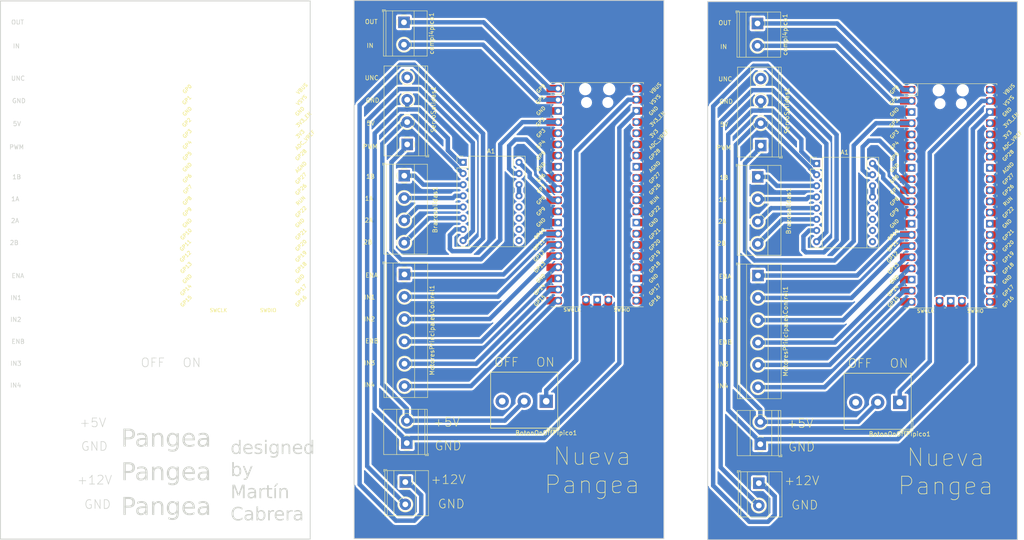
<source format=kicad_pcb>
(kicad_pcb (version 20221018) (generator pcbnew)
  (layers (0 "F.Cu" signal) (31 "B.Cu" signal) (34 "B.Paste" user) (35 "F.Paste" user) (36 "B.SilkS" user "B.Silkscreen") (37 "F.SilkS" user "F.Silkscreen") (38 "B.Mask" user) (39 "F.Mask" user) (44 "Edge.Cuts" user))
  (net 0 "")
  (net 1 "ServoControlpwm")
  (net 2 "velmot1pwm")
  (net 3 "mot1a")
  (net 4 "mot1b")
  (net 5 "velmot2pwm")
  (net 6 "mot2a")
  (net 7 "mot2b")
  (net 14 "compi4picoout")
  (net 15 "compi4picoin")
  (net 33 "brazo1a")
  (net 34 "brazo1b")
  (net 35 "brazo2a")
  (net 36 "brazo2b")
  (net 37 "servo5v")
  (net 38 "12VGND")
  (net 39 "12vin")
  (net 42 "gnddriv")
  (net 43 "Net-(A1-~{RESET})")
  (net 44 "stepb")
  (net 45 "dirb")
  (net 46 "Net-(BotonOnOffPipico1-Pin_1)")
  (footprint "TerminalBlock_Phoenix:TerminalBlock_Phoenix_MKDS-1,5-4-5.08_1x04_P5.08mm_Horizontal" (layer "F.Cu") (at 137.935 60.73 -90)
    (fp_text reference "Brazosalidas1")
    (fp_text value "Screw_Terminal_01x04" hide)
  )
  (footprint "TerminalBlock_Phoenix:TerminalBlock_Phoenix_MKDS-1,5-2-5.08_1x02_P5.08mm_Horizontal" (layer "F.Cu") (at 138.51 121.55 90)
    (fp_text reference "5V1" hide)
    (fp_text value "Screw_Terminal_01x02")
  )
  (footprint "HORUSKICADhuellas:RPi_Pico_SMD_TH" (layer "F.Cu") (at 262.12 65.3)
    (fp_text reference "U1" hide)
    (fp_text value "Pico" hide)
  )
  (footprint "TerminalBlock_Phoenix:TerminalBlock_Phoenix_MKDS-1,5-2-5.08_1x02_P5.08mm_Horizontal" (layer "F.Cu") (at 218.21 26.095 -90)
    (fp_text reference "compi4pico1")
    (fp_text value "Screw_Terminal_01x02" hide)
  )
  (footprint "Module:Pololu_Breakout-16_15.2x20.3mm" (layer "F.Cu") (at 231.65 57.95)
    (fp_text reference "A1")
    (fp_text value "Pololu_Breakout_A4988")
  )
  (footprint "TerminalBlock_Phoenix:TerminalBlock_Phoenix_MKDS-1,5-2-5.08_1x02_P5.08mm_Horizontal" (layer "F.Cu") (at 218.85 121.81 90)
    (fp_text reference "5V1" hide)
    (fp_text value "Screw_Terminal_01x02")
  )
  (footprint "TerminalBlock_Altech:Altech_AK300_1x03_P5.00mm_45-Degree" (layer "F.Cu") (at 250.53 112.29 180)
    (fp_text reference "BotonOnOffPipico1")
    (fp_text value "Screw_Terminal_01x03")
  )
  (footprint "TerminalBlock_Phoenix:TerminalBlock_Phoenix_MKDS-1,5-6-5.08_1x06_P5.08mm_Horizontal" (layer "F.Cu") (at 218.325 83.44 -90)
    (fp_text reference "MotoresPrincipalesControl1")
    (fp_text value "Screw_Terminal_01x06")
  )
  (footprint "HORUSKICADhuellas:RPi_Pico_SMD_TH" (layer "F.Cu") (at 181.78 65.04)
    (fp_text reference "U1" hide)
    (fp_text value "Pico" hide)
  )
  (footprint "TerminalBlock_Phoenix:TerminalBlock_Phoenix_MKDS-1,5-4-5.08_1x04_P5.08mm_Horizontal" (layer "F.Cu") (at 218.94 53.87 90)
    (fp_text reference "ServoSalidas1")
    (fp_text value "Screw_Terminal_01x04")
  )
  (footprint "TerminalBlock_Phoenix:TerminalBlock_Phoenix_MKDS-1,5-2-5.08_1x02_P5.08mm_Horizontal" (layer "F.Cu") (at 138.175 130.41 -90)
    (fp_text reference "12V1" hide)
    (fp_text value "Screw_Terminal_01x02")
  )
  (footprint "Module:Pololu_Breakout-16_15.2x20.3mm" (layer "F.Cu") (at 151.31 57.69)
    (fp_text reference "A1")
    (fp_text value "Pololu_Breakout_A4988")
  )
  (footprint "TerminalBlock_Phoenix:TerminalBlock_Phoenix_MKDS-1,5-4-5.08_1x04_P5.08mm_Horizontal" (layer "F.Cu") (at 138.6 53.61 90)
    (fp_text reference "ServoSalidas1")
    (fp_text value "Screw_Terminal_01x04")
  )
  (footprint "TerminalBlock_Phoenix:TerminalBlock_Phoenix_MKDS-1,5-2-5.08_1x02_P5.08mm_Horizontal" (layer "F.Cu") (at 218.515 130.67 -90)
    (fp_text reference "12V1" hide)
    (fp_text value "Screw_Terminal_01x02")
  )
  (footprint "TerminalBlock_Phoenix:TerminalBlock_Phoenix_MKDS-1,5-4-5.08_1x04_P5.08mm_Horizontal" (layer "F.Cu") (at 218.275 60.99 -90)
    (fp_text reference "Brazosalidas1")
    (fp_text value "Screw_Terminal_01x04" hide)
  )
  (footprint "TerminalBlock_Phoenix:TerminalBlock_Phoenix_MKDS-1,5-6-5.08_1x06_P5.08mm_Horizontal" (layer "F.Cu") (at 137.985 83.18 -90)
    (fp_text reference "MotoresPrincipalesControl1")
    (fp_text value "Screw_Terminal_01x06")
  )
  (footprint "TerminalBlock_Altech:Altech_AK300_1x03_P5.00mm_45-Degree" (layer "F.Cu") (at 170.19 112.03 180)
    (fp_text reference "BotonOnOffPipico1")
    (fp_text value "Screw_Terminal_01x03")
  )
  (footprint "TerminalBlock_Phoenix:TerminalBlock_Phoenix_MKDS-1,5-2-5.08_1x02_P5.08mm_Horizontal" (layer "F.Cu") (at 137.87 25.835 -90)
    (fp_text reference "compi4pico1")
    (fp_text value "Screw_Terminal_01x02" hide)
  )
  (gr_rect (start 126.54 20.86) (end 196.94 143.28) (stroke (width 0.2)) (fill none) (layer "Edge.Cuts"))
  (gr_rect (start 46.16 20.97) (end 116.56 143.39) (stroke (width 0.2)) (fill none) (layer "Edge.Cuts"))
  (gr_rect (start 206.88 21.12) (end 277.28 143.54) (stroke (width 0.2)) (fill none) (layer "Edge.Cuts"))
  (gr_text "UNC" (at 128.89 39.06) (layer "F.SilkS") (effects (font (size 1 1)) (justify left bottom)))
  (gr_text "GND" (at 114.2 84.2 45) (layer "F.SilkS") (effects (font (size 0.8 0.8))))
  (gr_text "3V3" (at 114.3 51.25 45) (layer "F.SilkS") (effects (font (size 0.8 0.8))))
  (gr_text "GP1" (at 88.5 43.55 45) (layer "F.SilkS") (effects (font (size 0.8 0.8))))
  (gr_text "GP3" (at 88.6 51.18 45) (layer "F.SilkS") (effects (font (size 0.8 0.8))))
  (gr_text "5V" (at 129.29 49.39) (layer "F.SilkS") (effects (font (size 1 1)) (justify left bottom)))
  (gr_text "GP19" (at 114.454 79.12 45) (layer "F.SilkS") (effects (font (size 0.8 0.8))))
  (gr_text "ENA\n" (at 129 83.97) (layer "F.SilkS") (effects (font (size 1 1)) (justify left bottom)))
  (gr_text "2A" (at 209.19 71.71) (layer "F.SilkS") (effects (font (size 1 1)) (justify left bottom)))
  (gr_text "IN1\n" (at 128.74 88.97) (layer "F.SilkS") (effects (font (size 1 1)) (justify left bottom)))
  (gr_text "GND" (at 225.08 123.61) (layer "F.SilkS") (effects (font (size 2 2)) (justify left bottom)))
  (gr_text "1B" (at 209.5 61.75) (layer "F.SilkS") (effects (font (size 1 1)) (justify left bottom)))
  (gr_text "GND" (at 114.2 46.1 45) (layer "F.SilkS") (effects (font (size 0.8 0.8))))
  (gr_text "GP14" (at 88.3 86.74 45) (layer "F.SilkS") (effects (font (size 0.8 0.8))))
  (gr_text "GND\n" (at 129.11 44.17) (layer "F.SilkS") (effects (font (size 1 1)) (justify left bottom)))
  (gr_text "SWDIO" (at 107 91.35) (layer "F.SilkS") (effects (font (size 0.8 0.8))))
  (gr_text "RUN" (at 114.4 66.42 45) (layer "F.SilkS") (effects (font (size 0.8 0.8))))
  (gr_text "ON\n" (at 248.17 104.58) (layer "F.SilkS") (effects (font (size 2 2)) (justify left bottom)))
  (gr_text "GP2" (at 88.5 48.64 45) (layer "F.SilkS") (effects (font (size 0.8 0.8))))
  (gr_text "GP13" (at 88.346 81.66 45) (layer "F.SilkS") (effects (font (size 0.8 0.8))))
  (gr_text "OUT" (at 209.25 26.55) (layer "F.SilkS") (effects (font (size 1 1)) (justify left bottom)))
  (gr_text "ENA\n" (at 209.34 84.23) (layer "F.SilkS") (effects (font (size 1 1)) (justify left bottom)))
  (gr_text "GP26" (at 114.454 63.88 45) (layer "F.SilkS") (effects (font (size 0.8 0.8))))
  (gr_text "PWM" (at 128.47 54.69) (layer "F.SilkS") (effects (font (size 1 1)) (justify left bottom)))
  (gr_text "UNC" (at 209.23 39.32) (layer "F.SilkS") (effects (font (size 1 1)) (justify left bottom)))
  (gr_text "1A" (at 128.9 66.49) (layer "F.SilkS") (effects (font (size 1 1)) (justify left bottom)))
  (gr_text "2B" (at 128.59 76.45) (layer "F.SilkS") (effects (font (size 1 1)) (justify left bottom)))
  (gr_text "ENB" (at 128.98 98.92) (layer "F.SilkS") (effects (font (size 1 1)) (justify left bottom)))
  (gr_text "GP5" (at 88.6 56.26 45) (layer "F.SilkS") (effects (font (size 0.8 0.8))))
  (gr_text "VSYS" (at 114.6 43.56 45) (layer "F.SilkS") (effects (font (size 0.8 0.8))))
  (gr_text "IN1\n" (at 209.08 89.23) (layer "F.SilkS") (effects (font (size 1 1)) (justify left bottom)))
  (gr_text "GND" (at 88.6 46.1 45) (layer "F.SilkS") (effects (font (size 0.8 0.8))))
  (gr_text "+5V\n" (at 224.75 118.23) (layer "F.SilkS") (effects (font (size 2 2)) (justify left bottom)))
  (gr_text "GP10" (at 88.346 74.04 45) (layer "F.SilkS") (effects (font (size 0.8 0.8))))
  (gr_text "Nueva\nPangea" (at 260.97 133.59) (layer "F.SilkS") (effects (font (size 4 4)) (justify bottom)))
  (gr_text "VBUS" (at 114.7 40.95 45) (layer "F.SilkS") (effects (font (size 0.8 0.8))))
  (gr_text "GND" (at 88.6 84.2 45) (layer "F.SilkS") (effects (font (size 0.8 0.8))))
  (gr_text "GND" (at 88.6 71.5 45) (layer "F.SilkS") (effects (font (size 0.8 0.8))))
  (gr_text "GP6" (at 88.6 61.34 45) (layer "F.SilkS") (effects (font (size 0.8 0.8))))
  (gr_text "AGND" (at 114.454 58.8 45) (layer "F.SilkS") (effects (font (size 0.8 0.8))))
  (gr_text "SWCLK" (at 95.7 91.35) (layer "F.SilkS") (effects (font (size 0.8 0.8))))
  (gr_text "2B" (at 208.93 76.71) (layer "F.SilkS") (effects (font (size 1 1)) (justify left bottom)))
  (gr_text "2A" (at 128.85 71.45) (layer "F.SilkS") (effects (font (size 1 1)) (justify left bottom)))
  (gr_text "3V3_EN" (at 115.1 47.95 45) (layer "F.SilkS") (effects (font (size 0.8 0.8))))
  (gr_text "GND" (at 145.47 136.56) (layer "F.SilkS") (effects (font (size 2 2)) (justify left bottom)))
  (gr_text "Nueva\nPangea" (at 180.63 133.33) (layer "F.SilkS") (effects (font (size 4 4)) (justify bottom)))
  (gr_text "GP21" (at 114.454 74.05 45) (layer "F.SilkS") (effects (font (size 0.8 0.8))))
  (gr_text "GP20" (at 114.454 76.58 45) (layer "F.SilkS") (effects (font (size 0.8 0.8))))
  (gr_text "ON\n" (at 167.83 104.32) (layer "F.SilkS") (effects (font (size 2 2)) (justify left bottom)))
  (gr_text "1A" (at 209.24 66.75) (layer "F.SilkS") (effects (font (size 1 1)) (justify left bottom)))
  (gr_text "IN" (at 129.3 31.72) (layer "F.SilkS") (effects (font (size 1 1)) (justify left bottom)))
  (gr_text "IN3" (at 128.72 103.92) (layer "F.SilkS") (effects (font (size 1 1)) (justify left bottom)))
  (gr_text "GP9" (at 88.6 68.96 45) (layer "F.SilkS") (effects (font (size 0.8 0.8))))
  (gr_text "IN2\n" (at 209.03 94.19) (layer "F.SilkS") (effects (font (size 1 1)) (justify left bottom)))
  (gr_text "GND" (at 225.81 136.82) (layer "F.SilkS") (effects (font (size 2 2)) (justify left bottom)))
  (gr_text "GND" (at 88.6 58.8 45) (layer "F.SilkS") (effects (font (size 0.8 0.8))))
  (gr_text "+12V\n" (at 224.18 131.27) (layer "F.SilkS") (effects (font (size 2 2)) (justify left bottom)))
  (gr_text "5V" (at 209.63 49.65) (layer "F.SilkS") (effects (font (size 1 1)) (justify left bottom)))
  (gr_text "IN4" (at 209.01 109.14) (layer "F.SilkS") (effects (font (size 1 1)) (justify left bottom)))
  (gr_text "GP4" (at 88.6 53.72 45) (layer "F.SilkS") (effects (font (size 0.8 0.8))))
  (gr_text "IN4" (at 128.67 108.88) (layer "F.SilkS") (effects (font (size 1 1)) (justify left bottom)))
  (gr_text "GND" (at 114.2 71.5 45) (layer "F.SilkS") (effects (font (size 0.8 0.8))))
  (gr_text "GP18" (at 114.454 81.66 45) (layer "F.SilkS") (effects (font (size 0.8 0.8))))
  (gr_text "GP8" (at 88.6 66.42 45) (layer "F.SilkS") (effects (font (size 0.8 0.8))))
  (gr_text "1B" (at 129.16 61.49) (layer "F.SilkS") (effects (font (size 1 1)) (justify left bottom)))
  (gr_text "ADC_VREF" (at 115.4 52.65 45) (layer "F.SilkS") (effects (font (size 0.8 0.8))))
  (gr_text "IN2\n" (at 128.69 93.93) (layer "F.SilkS") (effects (font (size 1 1)) (justify left bottom)))
  (gr_text "GP28" (at 114.454 56.006 45) (layer "F.SilkS") (effects (font (size 0.8 0.8))))
  (gr_text "PWM" (at 208.81 54.95) (layer "F.SilkS") (effects (font (size 1 1)) (justify left bottom)))
  (gr_text "OFF\n" (at 238.65 104.58) (layer "F.SilkS") (effects (font (size 2 2)) (justify left bottom)))
  (gr_text "GP27" (at 114.454 61.35 45) (layer "F.SilkS") (effects (font (size 0.8 0.8))))
  (gr_text "OFF\n" (at 158.31 104.32) (layer "F.SilkS") (effects (font (size 2 2)) (justify left bottom)))
  (gr_text "GP16" (at 114.454 89.28 45) (layer "F.SilkS") (effects (font (size 0.8 0.8))))
  (gr_text "+12V\n" (at 143.84 131.01) (layer "F.SilkS") (effects (font (size 2 2)) (justify left bottom)))
  (gr_text "IN3" (at 209.06 104.18) (layer "F.SilkS") (effects (font (size 1 1)) (justify left bottom)))
  (gr_text "GP7" (at 88.7 63.85 45) (layer "F.SilkS") (effects (font (size 0.8 0.8))))
  (gr_text "GP15" (at 88.346 89.28 45) (layer "F.SilkS") (effects (font (size 0.8 0.8))))
  (gr_text "GP0" (at 88.6 41.02 45) (layer "F.SilkS") (effects (font (size 0.8 0.8))))
  (gr_text "GP17" (at 114.454 86.74 45) (layer "F.SilkS") (effects (font (size 0.8 0.8))))
  (gr_text "IN" (at 209.64 31.98) (layer "F.SilkS") (effects (font (size 1 1)) (justify left bottom)))
  (gr_text "GP22" (at 114.454 68.96 45) (layer "F.SilkS") (effects (font (size 0.8 0.8))))
  (gr_text "GP11" (at 88.2 76.58 45) (layer "F.SilkS") (effects (font (size 0.8 0.8))))
  (gr_text "GP12" (at 88.2 79.12 45) (layer "F.SilkS") (effects (font (size 0.8 0.8))))
  (gr_text "ENB" (at 209.32 99.18) (layer "F.SilkS") (effects (font (size 1 1)) (justify left bottom)))
  (gr_text "OUT" (at 128.91 26.29) (layer "F.SilkS") (effects (font (size 1 1)) (justify left bottom)))
  (gr_text "+5V\n" (at 144.41 117.97) (layer "F.SilkS") (effects (font (size 2 2)) (justify left bottom)))
  (gr_text "GND" (at 144.74 123.35) (layer "F.SilkS") (effects (font (size 2 2)) (justify left bottom)))
  (gr_text "GND\n" (at 209.45 44.43) (layer "F.SilkS") (effects (font (size 1 1)) (justify left bottom)))
  (gr_text "1A" (at 48.52 66.6) (layer "Edge.Cuts") (effects (font (size 1 1)) (justify left bottom)))
  (gr_text "designed\nby\nMartín\nCabrera" (at 98.45 139.64) (layer "Edge.Cuts") (effects (font (size 3 3)) (justify left bottom)))
  (gr_text "ENA\n" (at 48.62 84.08) (layer "Edge.Cuts") (effects (font (size 1 1)) (justify left bottom)))
  (gr_text "\nPangea" (at 83.82 130.67) (layer "Edge.Cuts") (effects (font (size 4 4)) (justify bottom)))
  (gr_text "OFF\n" (at 77.93 104.43) (layer "Edge.Cuts") (effects (font (size 2 2)) (justify left bottom)))
  (gr_text "UNC" (at 48.51 39.17) (layer "Edge.Cuts") (effects (font (size 1 1)) (justify left bottom)))
  (gr_text "GND" (at 65.09 136.67) (layer "Edge.Cuts") (effects (font (size 2 2)) (justify left bottom)))
  (gr_text "IN3" (at 48.34 104.03) (layer "Edge.Cuts") (effects (font (size 1 1)) (justify left bottom)))
  (gr_text "2A" (at 48.47 71.56) (layer "Edge.Cuts") (effects (font (size 1 1)) (justify left bottom)))
  (gr_text "IN1\n" (at 48.36 89.08) (layer "Edge.Cuts") (effects (font (size 1 1)) (justify left bottom)))
  (gr_text "IN" (at 48.92 31.83) (layer "Edge.Cuts") (effects (font (size 1 1)) (justify left bottom)))
  (gr_text "OUT" (at 48.53 26.4) (layer "Edge.Cuts") (effects (font (size 1 1)) (justify left bottom)))
  (gr_text "PWM" (at 48.09 54.8) (layer "Edge.Cuts") (effects (font (size 1 1)) (justify left bottom)))
  (gr_text "2B" (at 48.21 76.56) (layer "Edge.Cuts") (effects (font (size 1 1)) (justify left bottom)))
  (gr_text "+12V\n" (at 63.46 131.12) (layer "Edge.Cuts") (effects (font (size 2 2)) (justify left bottom)))
  (gr_text "+5V\n" (at 64.03 118.08) (layer "Edge.Cuts") (effects (font (size 2 2)) (justify left bottom)))
  (gr_text "GND\n" (at 48.73 44.28) (layer "Edge.Cuts") (effects (font (size 1 1)) (justify left bottom)))
  (gr_text "IN2\n" (at 48.31 94.04) (layer "Edge.Cuts") (effects (font (size 1 1)) (justify left bottom)))
  (gr_text "ENB" (at 48.6 99.03) (layer "Edge.Cuts") (effects (font (size 1 1)) (justify left bottom)))
  (gr_text "\nPangea" (at 83.82 138.56) (layer "Edge.Cuts") (effects (font (size 4 4)) (justify bottom)))
  (gr_text "ON\n" (at 87.45 104.43) (layer "Edge.Cuts") (effects (font (size 2 2)) (justify left bottom)))
  (gr_text "GND" (at 64.36 123.46) (layer "Edge.Cuts") (effects (font (size 2 2)) (justify left bottom)))
  (gr_text "IN4" (at 48.29 108.99) (layer "Edge.Cuts") (effects (font (size 1 1)) (justify left bottom)))
  (gr_text "1B" (at 48.78 61.6) (layer "Edge.Cuts") (effects (font (size 1 1)) (justify left bottom)))
  (gr_text "5V" (at 48.91 49.5) (layer "Edge.Cuts") (effects (font (size 1 1)) (justify left bottom)))
  (gr_text "\nPangea" (at 83.82 123.02) (layer "Edge.Cuts") (effects (font (size 4 4)) (justify bottom)))
  (segment (start 172.89 48.53) (end 164.81 48.53) (width 1) (layer "B.Cu") (net 1))
  (segment (start 240.0802 53.8598) (end 240.0802 75.6198) (width 1) (layer "B.Cu") (net 1))
  (segment (start 215.38 57.87) (end 218.94 54.31) (width 1) (layer "B.Cu") (net 1))
  (segment (start 235.7 80) (end 217.54 80) (width 1) (layer "B.Cu") (net 1))
  (segment (start 137.2 79.74) (end 135.04 77.58) (width 1) (layer "B.Cu") (net 1))
  (segment (start 240.0802 75.6198) (end 235.7 80) (width 1) (layer "B.Cu") (net 1))
  (segment (start 135.04 77.58) (end 135.04 57.61) (width 1) (layer "B.Cu") (net 1))
  (segment (start 218.94 54.31) (end 218.94 53.87) (width 1) (layer "B.Cu") (net 1))
  (segment (start 159.7402 53.5998) (end 159.7402 75.3598) (width 1) (layer "B.Cu") (net 1))
  (segment (start 159.7402 75.3598) (end 155.36 79.74) (width 1) (layer "B.Cu") (net 1))
  (segment (start 138.6 54.05) (end 138.6 53.61) (width 1) (layer "B.Cu") (net 1))
  (segment (start 215.38 77.84) (end 215.38 57.87) (width 1) (layer "B.Cu") (net 1))
  (segment (start 155.36 79.74) (end 137.2 79.74) (width 1) (layer "B.Cu") (net 1))
  (segment (start 164.81 48.53) (end 159.7402 53.5998) (width 1) (layer "B.Cu") (net 1))
  (segment (start 217.54 80) (end 215.38 77.84) (width 1) (layer "B.Cu") (net 1))
  (segment (start 245.15 48.79) (end 240.0802 53.8598) (width 1) (layer "B.Cu") (net 1))
  (segment (start 135.04 57.61) (end 138.6 54.05) (width 1) (layer "B.Cu") (net 1))
  (segment (start 253.23 48.79) (end 245.15 48.79) (width 1) (layer "B.Cu") (net 1))
  (segment (start 250.09 74.19) (end 253.23 74.19) (width 1) (layer "B.Cu") (net 2))
  (segment (start 218.325 83.44) (end 240.84 83.44) (width 1) (layer "B.Cu") (net 2))
  (segment (start 160.5 83.18) (end 169.75 73.93) (width 1) (layer "B.Cu") (net 2))
  (segment (start 240.84 83.44) (end 250.09 74.19) (width 1) (layer "B.Cu") (net 2))
  (segment (start 169.75 73.93) (end 172.89 73.93) (width 1) (layer "B.Cu") (net 2))
  (segment (start 137.985 83.18) (end 160.5 83.18) (width 1) (layer "B.Cu") (net 2))
  (segment (start 251.38 76.73) (end 253.23 76.73) (width 1) (layer "B.Cu") (net 3))
  (segment (start 159.25 88.26) (end 171.04 76.47) (width 1) (layer "B.Cu") (net 3))
  (segment (start 137.985 88.26) (end 159.25 88.26) (width 1) (layer "B.Cu") (net 3))
  (segment (start 239.59 88.52) (end 251.38 76.73) (width 1) (layer "B.Cu") (net 3))
  (segment (start 218.325 88.52) (end 239.59 88.52) (width 1) (layer "B.Cu") (net 3))
  (segment (start 171.04 76.47) (end 172.89 76.47) (width 1) (layer "B.Cu") (net 3))
  (segment (start 237.68 93.6) (end 252.01 79.27) (width 1) (layer "B.Cu") (net 4))
  (segment (start 137.985 93.34) (end 157.34 93.34) (width 1) (layer "B.Cu") (net 4))
  (segment (start 252.01 79.27) (end 253.23 79.27) (width 1) (layer "B.Cu") (net 4))
  (segment (start 171.67 79.01) (end 172.89 79.01) (width 1) (layer "B.Cu") (net 4))
  (segment (start 218.325 93.6) (end 237.68 93.6) (width 1) (layer "B.Cu") (net 4))
  (segment (start 157.34 93.34) (end 171.67 79.01) (width 1) (layer "B.Cu") (net 4))
  (segment (start 218.325 98.68) (end 235.78 98.68) (width 1) (layer "B.Cu") (net 5))
  (segment (start 172.31 81.55) (end 172.89 81.55) (width 1) (layer "B.Cu") (net 5))
  (segment (start 137.985 98.42) (end 155.44 98.42) (width 1) (layer "B.Cu") (net 5))
  (segment (start 252.65 81.81) (end 253.23 81.81) (width 1) (layer "B.Cu") (net 5))
  (segment (start 235.78 98.68) (end 252.65 81.81) (width 1) (layer "B.Cu") (net 5))
  (segment (start 155.44 98.42) (end 172.31 81.55) (width 1) (layer "B.Cu") (net 5))
  (segment (start 171.15 86.63) (end 172.89 86.63) (width 1) (layer "B.Cu") (net 6))
  (segment (start 218.325 103.76) (end 234.62 103.76) (width 1) (layer "B.Cu") (net 6))
  (segment (start 234.62 103.76) (end 251.49 86.89) (width 1) (layer "B.Cu") (net 6))
  (segment (start 137.985 103.5) (end 154.28 103.5) (width 1) (layer "B.Cu") (net 6))
  (segment (start 154.28 103.5) (end 171.15 86.63) (width 1) (layer "B.Cu") (net 6))
  (segment (start 251.49 86.89) (end 253.23 86.89) (width 1) (layer "B.Cu") (net 6))
  (segment (start 153.11 108.58) (end 137.985 108.58) (width 1) (layer "B.Cu") (net 7))
  (segment (start 252.86 89.43) (end 233.45 108.84) (width 1) (layer "B.Cu") (net 7))
  (segment (start 233.45 108.84) (end 218.325 108.84) (width 1) (layer "B.Cu") (net 7))
  (segment (start 172.52 89.17) (end 153.11 108.58) (width 1) (layer "B.Cu") (net 7))
  (segment (start 172.89 89.17) (end 172.52 89.17) (width 1) (layer "B.Cu") (net 7))
  (segment (start 253.23 89.43) (end 252.86 89.43) (width 1) (layer "B.Cu") (net 7))
  (segment (start 218.21 26.095) (end 236.305 26.095) (width 1) (layer "B.Cu") (net 14))
  (segment (start 137.87 25.835) (end 155.965 25.835) (width 1) (layer "B.Cu") (net 14))
  (segment (start 253.23 41.17) (end 251.38 41.17) (width 1) (layer "B.Cu") (net 14))
  (segment (start 155.965 25.835) (end 171.04 40.91) (width 1) (layer "B.Cu") (net 14))
  (segment (start 236.305 26.095) (end 251.38 41.17) (width 1) (layer "B.Cu") (net 14))
  (segment (start 172.89 40.91) (end 171.04 40.91) (width 1) (layer "B.Cu") (net 14))
  (segment (start 248.69 43.71) (end 236.155 31.175) (width 1) (layer "B.Cu") (net 15))
  (segment (start 172.89 43.45) (end 168.35 43.45) (width 1) (layer "B.Cu") (net 15))
  (segment (start 155.815 30.915) (end 137.87 30.915) (width 1) (layer "B.Cu") (net 15))
  (segment (start 168.35 43.45) (end 155.815 30.915) (width 1) (layer "B.Cu") (net 15))
  (segment (start 253.23 43.71) (end 248.69 43.71) (width 1) (layer "B.Cu") (net 15))
  (segment (start 236.155 31.175) (end 218.21 31.175) (width 1) (layer "B.Cu") (net 15))
  (segment (start 231.65 65.57) (end 229.85 65.57) (width 1) (layer "B.Cu") (net 33))
  (segment (start 229.35 66.07) (end 229.85 65.57) (width 1) (layer "B.Cu") (net 33))
  (segment (start 137.935 65.81) (end 149.01 65.81) (width 1) (layer "B.Cu") (net 33))
  (segment (start 149.01 65.81) (end 149.51 65.31) (width 1) (layer "B.Cu") (net 33))
  (segment (start 218.275 66.07) (end 229.35 66.07) (width 1) (layer "B.Cu") (net 33))
  (segment (start 151.31 65.31) (end 149.51 65.31) (width 1) (layer "B.Cu") (net 33))
  (segment (start 231.65 63.03) (end 222.615 63.03) (width 1) (layer "B.Cu") (net 34))
  (segment (start 137.935 60.73) (end 140.235 60.73) (width 1) (layer "B.Cu") (net 34))
  (segment (start 151.31 62.77) (end 142.275 62.77) (width 1) (layer "B.Cu") (net 34))
  (segment (start 222.615 63.03) (end 220.575 60.99) (width 1) (layer "B.Cu") (net 34))
  (segment (start 142.275 62.77) (end 140.235 60.73) (width 1) (layer "B.Cu") (net 34))
  (segment (start 218.275 60.99) (end 220.575 60.99) (width 1) (layer "B.Cu") (net 34))
  (segment (start 231.65 68.11) (end 221.315 68.11) (width 1) (layer "B.Cu") (net 35))
  (segment (start 221.315 68.11) (end 218.275 71.15) (width 1) (layer "B.Cu") (net 35))
  (segment (start 151.31 67.85) (end 140.975 67.85) (width 1) (layer "B.Cu") (net 35))
  (segment (start 140.975 67.85) (end 137.935 70.89) (width 1) (layer "B.Cu") (net 35))
  (segment (start 218.275 76.23) (end 223.855 70.65) (width 1) (layer "B.Cu") (net 36))
  (segment (start 137.935 75.97) (end 143.515 70.39) (width 1) (layer "B.Cu") (net 36))
  (segment (start 223.855 70.65) (end 231.65 70.65) (width 1) (layer "B.Cu") (net 36))
  (segment (start 143.515 70.39) (end 151.31 70.39) (width 1) (layer "B.Cu") (net 36))
  (segment (start 138.54 116.44) (end 138.51 116.47) (width 1) (layer "B.Cu") (net 37))
  (segment (start 218.85 113.97) (end 213.29 108.41) (width 1) (layer "B.Cu") (net 37))
  (segment (start 218.2 48.79) (end 218.94 48.79) (width 1) (layer "B.Cu") (net 37))
  (segment (start 138.6 48.53) (end 139.7 48.53) (width 1) (layer "B.Cu") (net 37))
  (segment (start 132.95 53.44) (end 137.86 48.53) (width 1) (layer "B.Cu") (net 37))
  (segment (start 230.15 58.9) (end 230.15 59.03995) (width 1) (layer "B.Cu") (net 37))
  (segment (start 241.12 116.7) (end 218.88 116.7) (width 1) (layer "B.Cu") (net 37))
  (segment (start 138.51 113.71) (end 132.95 108.15) (width 1) (layer "B.Cu") (net 37))
  (segment (start 149.81 58.64) (end 149.81 58.77995) (width 1) (layer "B.Cu") (net 37))
  (segment (start 132.95 108.15) (end 132.95 53.44) (width 1) (layer "B.Cu") (net 37))
  (segment (start 220.04 48.79) (end 230.15 58.9) (width 1) (layer "B.Cu") (net 37))
  (segment (start 139.7 48.53) (end 149.81 58.64) (width 1) (layer "B.Cu") (net 37))
  (segment (start 165.19 112.03) (end 160.78 116.44) (width 1) (layer "B.Cu") (net 37))
  (segment (start 218.88 116.7) (end 218.85 116.73) (width 1) (layer "B.Cu") (net 37))
  (segment (start 149.81 58.77995) (end 151.26005 60.23) (width 1) (layer "B.Cu") (net 37))
  (segment (start 230.15 59.03995) (end 231.60005 60.49) (width 1) (layer "B.Cu") (net 37))
  (segment (start 138.51 116.47) (end 138.51 113.71) (width 1) (layer "B.Cu") (net 37))
  (segment (start 213.29 108.41) (end 213.29 53.7) (width 1) (layer "B.Cu") (net 37))
  (segment (start 218.85 116.73) (end 218.85 113.97) (width 1) (layer "B.Cu") (net 37))
  (segment (start 231.60005 60.49) (end 231.65 60.49) (width 1) (layer "B.Cu") (net 37))
  (segment (start 137.86 48.53) (end 138.6 48.53) (width 1) (layer "B.Cu") (net 37))
  (segment (start 151.26005 60.23) (end 151.31 60.23) (width 1) (layer "B.Cu") (net 37))
  (segment (start 160.78 116.44) (end 138.54 116.44) (width 1) (layer "B.Cu") (net 37))
  (segment (start 218.94 48.79) (end 220.04 48.79) (width 1) (layer "B.Cu") (net 37))
  (segment (start 245.53 112.29) (end 241.12 116.7) (width 1) (layer "B.Cu") (net 37))
  (segment (start 213.29 53.7) (end 218.2 48.79) (width 1) (layer "B.Cu") (net 37))
  (segment (start 220.57 139.45) (end 222.13 137.89) (width 1) (layer "B.Cu") (net 38))
  (segment (start 233.3 78.16) (end 236.18 75.28) (width 1) (layer "B.Cu") (net 38))
  (segment (start 152.96 77.9) (end 155.84 75.02) (width 1) (layer "B.Cu") (net 38))
  (segment (start 219.15 130.67) (end 218.515 130.67) (width 1) (layer "B.Cu") (net 38))
  (segment (start 127.79 44.67) (end 127.79 130.95) (width 1) (layer "B.Cu") (net 38))
  (segment (start 222.13 137.89) (end 222.13 133.65) (width 1) (layer "B.Cu") (net 38))
  (segment (start 140.23 139.19) (end 141.79 137.63) (width 1) (layer "B.Cu") (net 38))
  (segment (start 155.84 51.14) (end 140.17 35.47) (width 1) (layer "B.Cu") (net 38))
  (segment (start 229.21 78.16) (end 233.3 78.16) (width 1) (layer "B.Cu") (net 38))
  (segment (start 141.79 137.63) (end 141.79 133.39) (width 1) (layer "B.Cu") (net 38))
  (segment (start 236.18 51.4) (end 220.51 35.73) (width 1) (layer "B.Cu") (net 38))
  (segment (start 228.65 77.6) (end 229.21 78.16) (width 1) (layer "B.Cu") (net 38))
  (segment (start 149.61 72.93) (end 148.31 74.23) (width 1) (layer "B.Cu") (net 38))
  (segment (start 222.13 133.65) (end 219.15 130.67) (width 1) (layer "B.Cu") (net 38))
  (segment (start 217.33 35.73) (end 208.13 44.93) (width 1) (layer "B.Cu") (net 38))
  (segment (start 141.79 133.39) (end 138.81 130.41) (width 1) (layer "B.Cu") (net 38))
  (segment (start 148.87 77.9) (end 152.96 77.9) (width 1) (layer "B.Cu") (net 38))
  (segment (start 236.18 75.28) (end 236.18 51.4) (width 1) (layer "B.Cu") (net 38))
  (segment (start 155.84 75.02) (end 155.84 51.14) (width 1) (layer "B.Cu") (net 38))
  (segment (start 127.79 130.95) (end 136.03 139.19) (width 1) (layer "B.Cu") (net 38))
  (segment (start 148.31 77.34) (end 148.87 77.9) (width 1) (layer "B.Cu") (net 38))
  (segment (start 138.81 130.41) (end 138.175 130.41) (width 1) (layer "B.Cu") (net 38))
  (segment (start 228.65 74.49) (end 228.65 77.6) (width 1) (layer "B.Cu") (net 38))
  (segment (start 208.13 131.21) (end 216.37 139.45) (width 1) (layer "B.Cu") (net 38))
  (segment (start 140.17 35.47) (end 136.99 35.47) (width 1) (layer "B.Cu") (net 38))
  (segment (start 148.31 74.23) (end 148.31 77.34) (width 1) (layer "B.Cu") (net 38))
  (segment (start 229.95 73.19) (end 228.65 74.49) (width 1) (layer "B.Cu") (net 38))
  (segment (start 136.99 35.47) (end 127.79 44.67) (width 1) (layer "B.Cu") (net 38))
  (segment (start 151.31 72.93) (end 149.61 72.93) (width 1) (layer "B.Cu") (net 38))
  (segment (start 208.13 44.93) (end 208.13 131.21) (width 1) (layer "B.Cu") (net 38))
  (segment (start 136.03 139.19) (end 140.23 139.19) (width 1) (layer "B.Cu") (net 38))
  (segment (start 231.65 73.19) (end 229.95 73.19) (width 1) (layer "B.Cu") (net 38))
  (segment (start 216.37 139.45) (end 220.57 139.45) (width 1) (layer "B.Cu") (net 38))
  (segment (start 220.51 35.73) (end 217.33 35.73) (width 1) (layer "B.Cu") (net 38))
  (segment (start 141.33 41.01) (end 136.69 41.01) (width 1) (layer "B.Cu") (net 39))
  (segment (start 153.52 73.26) (end 153.52 53.2) (width 1) (layer "B.Cu") (net 39))
  (segment (start 233.86 53.46) (end 221.67 41.27) (width 1) (layer "B.Cu") (net 39))
  (segment (start 209.84 48.46) (end 209.84 127.075) (width 1) (layer "B.Cu") (net 39))
  (segment (start 129.5 48.2) (end 129.5 126.815) (width 1) (layer "B.Cu") (net 39))
  (segment (start 233.86 73.52) (end 233.86 53.46) (width 1) (layer "B.Cu") (net 39))
  (segment (start 231.65 75.73) (end 233.86 73.52) (width 1) (layer "B.Cu") (net 39))
  (segment (start 153.52 53.2) (end 141.33 41.01) (width 1) (layer "B.Cu") (net 39))
  (segment (start 221.67 41.27) (end 217.03 41.27) (width 1) (layer "B.Cu") (net 39))
  (segment (start 209.84 127.075) (end 218.515 135.75) (width 1) (layer "B.Cu") (net 39))
  (segment (start 151.31 75.47) (end 153.52 73.26) (width 1) (layer "B.Cu") (net 39))
  (segment (start 129.5 126.815) (end 138.175 135.49) (width 1) (layer "B.Cu") (net 39))
  (segment (start 217.03 41.27) (end 209.84 48.46) (width 1) (layer "B.Cu") (net 39))
  (segment (start 136.69 41.01) (end 129.5 48.2) (width 1) (layer "B.Cu") (net 39))
  (segment (start 228.18 55.23) (end 230.9 57.95) (width 1) (layer "B.Cu") (net 42))
  (segment (start 138.6 45.6409) (end 138.5867 45.6542) (width 1) (layer "B.Cu") (net 42))
  (segment (start 250.08 120.66) (end 267.15 103.59) (width 1) (layer "B.Cu") (net 42))
  (segment (start 169.74 120.4) (end 186.81 103.33) (width 1) (layer "B.Cu") (net 42))
  (segment (start 131.21 113.76) (end 131.21 51.08) (width 1) (layer "B.Cu") (net 42))
  (segment (start 136.6358 45.6542) (end 138.5867 45.6542) (width 1) (layer "B.Cu") (net 42))
  (segment (start 150.56 57.69) (end 151.31 57.69) (width 1) (layer "B.Cu") (net 42))
  (segment (start 147.84 52.21) (end 147.84 54.97) (width 1) (layer "B.Cu") (net 42))
  (segment (start 131.21 51.08) (end 136.6358 45.6542) (width 1) (layer "B.Cu") (net 42))
  (segment (start 141.2842 45.6542) (end 147.84 52.21) (width 1) (layer "B.Cu") (net 42))
  (segment (start 216.9758 45.9142) (end 218.9267 45.9142) (width 1) (layer "B.Cu") (net 42))
  (segment (start 186.81 103.33) (end 186.81 49.85) (width 1) (layer "B.Cu") (net 42))
  (segment (start 138.6 43.45) (end 138.6 45.6409) (width 1) (layer "B.Cu") (net 42))
  (segment (start 267.15 50.11) (end 271.01 46.25) (width 1) (layer "B.Cu") (net 42))
  (segment (start 221.6242 45.9142) (end 228.18 52.47) (width 1) (layer "B.Cu") (net 42))
  (segment (start 267.15 103.59) (end 267.15 50.11) (width 1) (layer "B.Cu") (net 42))
  (segment (start 218.94 45.9009) (end 218.9267 45.9142) (width 1) (layer "B.Cu") (net 42))
  (segment (start 138.51 120.4) (end 138.51 121.06) (width 1) (layer "B.Cu") (net 42))
  (segment (start 186.81 49.85) (end 190.67 45.99) (width 1) (layer "B.Cu") (net 42))
  (segment (start 218.94 43.71) (end 218.94 45.9009) (width 1) (layer "B.Cu") (net 42))
  (segment (start 138.51 121.55) (end 138.51 120.4) (width 1) (layer "B.Cu") (net 42))
  (segment (start 230.9 57.95) (end 231.65 57.95) (width 1) (layer "B.Cu") (net 42))
  (segment (start 138.51 121.06) (end 131.21 113.76) (width 1) (layer "B.Cu") (net 42))
  (segment (start 218.85 121.81) (end 218.85 120.66) (width 1) (layer "B.Cu") (net 42))
  (segment (start 138.51 120.4) (end 169.74 120.4) (width 1) (layer "B.Cu") (net 42))
  (segment (start 218.85 120.66) (end 250.08 120.66) (width 1) (layer "B.Cu") (net 42))
  (segment (start 211.55 51.34) (end 216.9758 45.9142) (width 1) (layer "B.Cu") (net 42))
  (segment (start 147.84 54.97) (end 150.56 57.69) (width 1) (layer "B.Cu") (net 42))
  (segment (start 211.55 114.02) (end 211.55 51.34) (width 1) (layer "B.Cu") (net 42))
  (segment (start 218.85 120.66) (end 218.85 121.32) (width 1) (layer "B.Cu") (net 42))
  (segment (start 228.18 52.47) (end 228.18 55.23) (width 1) (layer "B.Cu") (net 42))
  (segment (start 218.9267 45.9142) (end 221.6242 45.9142) (width 1) (layer "B.Cu") (net 42))
  (segment (start 138.5867 45.6542) (end 141.2842 45.6542) (width 1) (layer "B.Cu") (net 42))
  (segment (start 218.85 121.32) (end 211.55 114.02) (width 1) (layer "B.Cu") (net 42))
  (segment (start 244.35 63.03) (end 244.35 65.57) (width 1) (layer "B.Cu") (net 43))
  (segment (start 164.01 62.77) (end 164.01 65.31) (width 1) (layer "B.Cu") (net 43))
  (segment (start 169.03 55.9) (end 169.03 59.91) (width 1) (layer "B.Cu") (net 44))
  (segment (start 165.63 52.5) (end 169.03 55.9) (width 1) (layer "B.Cu") (net 44))
  (segment (start 243.52 52.76) (end 245.97 52.76) (width 1) (layer "B.Cu") (net 44))
  (segment (start 249.37 60.17) (end 253.23 64.03) (width 1) (layer "B.Cu") (net 44))
  (segment (start 169.03 59.91) (end 172.89 63.77) (width 1) (layer "B.Cu") (net 44))
  (segment (start 161.76 59.15) (end 161.76 53.92) (width 1) (layer "B.Cu") (net 44))
  (segment (start 243.18 60.49) (end 242.1 59.41) (width 1) (layer "B.Cu") (net 44))
  (segment (start 163.18 52.5) (end 165.63 52.5) (width 1) (layer "B.Cu") (net 44))
  (segment (start 161.76 53.92) (end 163.18 52.5) (width 1) (layer "B.Cu") (net 44))
  (segment (start 164.01 60.23) (end 162.84 60.23) (width 1) (layer "B.Cu") (net 44))
  (segment (start 245.97 52.76) (end 249.37 56.16) (width 1) (layer "B.Cu") (net 44))
  (segment (start 242.1 59.41) (end 242.1 54.18) (width 1) (layer "B.Cu") (net 44))
  (segment (start 249.37 56.16) (end 249.37 60.17) (width 1) (layer "B.Cu") (net 44))
  (segment (start 244.35 60.49) (end 243.18 60.49) (width 1) (layer "B.Cu") (net 44))
  (segment (start 242.1 54.18) (end 243.52 52.76) (width 1) (layer "B.Cu") (net 44))
  (segment (start 162.84 60.23) (end 161.76 59.15) (width 1) (layer "B.Cu") (net 44))
  (segment (start 164.01 57.69) (end 166.44 60.12) (width 1) (layer "B.Cu") (net 45))
  (segment (start 246.78 61.31) (end 252.04 66.57) (width 1) (layer "B.Cu") (net 45))
  (segment (start 252.04 66.57) (end 253.23 66.57) (width 1) (layer "B.Cu") (net 45))
  (segment (start 244.35 57.95) (end 246.78 60.38) (width 1) (layer "B.Cu") (net 45))
  (segment (start 166.44 60.12) (end 166.44 61.05) (width 1) (layer "B.Cu") (net 45))
  (segment (start 166.44 61.05) (end 171.7 66.31) (width 1) (layer "B.Cu") (net 45))
  (segment (start 171.7 66.31) (end 172.89 66.31) (width 1) (layer "B.Cu") (net 45))
  (segment (start 246.78 60.38) (end 246.78 61.31) (width 1) (layer "B.Cu") (net 45))
  (segment (start 170.19 109.53) (end 170.19 112.03) (width 1) (layer "B.Cu") (net 46))
  (segment (start 177.02 55.25) (end 177.02 102.7) (width 1) (layer "B.Cu") (net 46))
  (segment (start 177.02 102.7) (end 170.19 109.53) (width 1) (layer "B.Cu") (net 46))
  (segment (start 188.82 43.45) (end 177.02 55.25) (width 1) (layer "B.Cu") (net 46))
  (segment (start 190.67 43.45) (end 188.82 43.45) (width 1) (layer "B.Cu") (net 46))
  (segment (start 271.01 43.71) (end 269.16 43.71) (width 1) (layer "B.Cu") (net 46))
  (segment (start 257.36 55.51) (end 257.36 102.96) (width 1) (layer "B.Cu") (net 46))
  (segment (start 257.36 102.96) (end 250.53 109.79) (width 1) (layer "B.Cu") (net 46))
  (segment (start 269.16 43.71) (end 257.36 55.51) (width 1) (layer "B.Cu") (net 46))
  (segment (start 250.53 109.79) (end 250.53 112.29) (width 1) (layer "B.Cu") (net 46))
  (zone (net 0) (net_name "") (layer "B.Cu") (connect_pads (clearance 0.5)) (min_thickness 0.25) (fill yes (thermal_gap 0.5) (thermal_bridge_width 0.5) (island_removal_mode 1) (island_area_min 10))
    (polygon (pts (xy 277.28 143.54) (xy 206.9 143.54) (xy 206.88 21.11) (xy 277.26 21.12)))
  )
  (zone (net 0) (net_name "") (layer "B.Cu") (connect_pads (clearance 0.5)) (min_thickness 0.25) (fill yes (thermal_gap 0.5) (thermal_bridge_width 0.5) (island_removal_mode 1) (island_area_min 10))
    (polygon (pts (xy 196.94 143.28) (xy 126.56 143.28) (xy 126.54 20.85) (xy 196.92 20.86)))
  )
)
</source>
